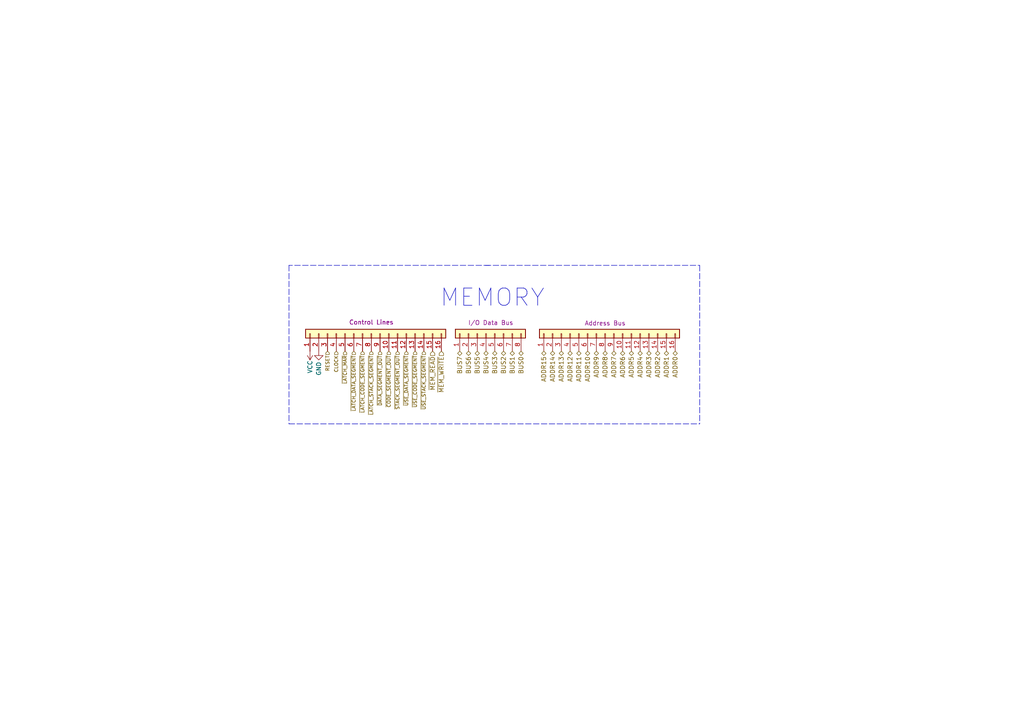
<source format=kicad_sch>
(kicad_sch (version 20211123) (generator eeschema)
  (paper "A4")
  (lib_symbols
    (symbol "Connector_Generic:Conn_01x08" (pin_names (offset 1.016) hide)
      (property "Reference" "J" (at 0 10.16 0))
      (property "Value" "Conn_01x08" (at 0 -12.7 0))
      (symbol "Conn_01x08_1_1"
        (rectangle (start -1.27 -10.033) (end 0 -10.287) (stroke (width 0.1524)))
        (rectangle (start -1.27 -7.493) (end 0 -7.747) (stroke (width 0.1524)))
        (rectangle (start -1.27 -4.953) (end 0 -5.207) (stroke (width 0.1524)))
        (rectangle (start -1.27 -2.413) (end 0 -2.667) (stroke (width 0.1524)))
        (rectangle (start -1.27 0.127) (end 0 -0.127) (stroke (width 0.1524)))
        (rectangle (start -1.27 2.667) (end 0 2.413) (stroke (width 0.1524)))
        (rectangle (start -1.27 5.207) (end 0 4.953) (stroke (width 0.1524)))
        (rectangle (start -1.27 7.747) (end 0 7.493) (stroke (width 0.1524)))
        (rectangle (start -1.27 8.89) (end 1.27 -11.43) (stroke (width 0.254)) (fill (type background)))
        (pin passive line (at -5.08 7.62 0) (length 3.81) (name "Pin_1") (number "1"))
        (pin passive line (at -5.08 5.08 0) (length 3.81) (name "Pin_2") (number "2"))
        (pin passive line (at -5.08 2.54 0) (length 3.81) (name "Pin_3") (number "3"))
        (pin passive line (at -5.08 0 0) (length 3.81) (name "Pin_4") (number "4"))
        (pin passive line (at -5.08 -2.54 0) (length 3.81) (name "Pin_5") (number "5"))
        (pin passive line (at -5.08 -5.08 0) (length 3.81) (name "Pin_6") (number "6"))
        (pin passive line (at -5.08 -7.62 0) (length 3.81) (name "Pin_7") (number "7"))
        (pin passive line (at -5.08 -10.16 0) (length 3.81) (name "Pin_8") (number "8"))
      )
    )
    (symbol "Connector_Generic:Conn_01x16" (pin_names (offset 1.016) hide)
      (property "Reference" "J" (at 0 20.32 0))
      (property "Value" "Conn_01x16" (at 0 -22.86 0))
      (symbol "Conn_01x16_1_1"
        (rectangle (start -1.27 -20.193) (end 0 -20.447) (stroke (width 0.1524)))
        (rectangle (start -1.27 -17.653) (end 0 -17.907) (stroke (width 0.1524)))
        (rectangle (start -1.27 -15.113) (end 0 -15.367) (stroke (width 0.1524)))
        (rectangle (start -1.27 -12.573) (end 0 -12.827) (stroke (width 0.1524)))
        (rectangle (start -1.27 -10.033) (end 0 -10.287) (stroke (width 0.1524)))
        (rectangle (start -1.27 -7.493) (end 0 -7.747) (stroke (width 0.1524)))
        (rectangle (start -1.27 -4.953) (end 0 -5.207) (stroke (width 0.1524)))
        (rectangle (start -1.27 -2.413) (end 0 -2.667) (stroke (width 0.1524)))
        (rectangle (start -1.27 0.127) (end 0 -0.127) (stroke (width 0.1524)))
        (rectangle (start -1.27 2.667) (end 0 2.413) (stroke (width 0.1524)))
        (rectangle (start -1.27 5.207) (end 0 4.953) (stroke (width 0.1524)))
        (rectangle (start -1.27 7.747) (end 0 7.493) (stroke (width 0.1524)))
        (rectangle (start -1.27 10.287) (end 0 10.033) (stroke (width 0.1524)))
        (rectangle (start -1.27 12.827) (end 0 12.573) (stroke (width 0.1524)))
        (rectangle (start -1.27 15.367) (end 0 15.113) (stroke (width 0.1524)))
        (rectangle (start -1.27 17.907) (end 0 17.653) (stroke (width 0.1524)))
        (rectangle (start -1.27 19.05) (end 1.27 -21.59) (stroke (width 0.254)) (fill (type background)))
        (pin passive line (at -5.08 17.78 0) (length 3.81) (name "Pin_1") (number "1"))
        (pin passive line (at -5.08 -5.08 0) (length 3.81) (name "Pin_10") (number "10"))
        (pin passive line (at -5.08 -7.62 0) (length 3.81) (name "Pin_11") (number "11"))
        (pin passive line (at -5.08 -10.16 0) (length 3.81) (name "Pin_12") (number "12"))
        (pin passive line (at -5.08 -12.7 0) (length 3.81) (name "Pin_13") (number "13"))
        (pin passive line (at -5.08 -15.24 0) (length 3.81) (name "Pin_14") (number "14"))
        (pin passive line (at -5.08 -17.78 0) (length 3.81) (name "Pin_15") (number "15"))
        (pin passive line (at -5.08 -20.32 0) (length 3.81) (name "Pin_16") (number "16"))
        (pin passive line (at -5.08 15.24 0) (length 3.81) (name "Pin_2") (number "2"))
        (pin passive line (at -5.08 12.7 0) (length 3.81) (name "Pin_3") (number "3"))
        (pin passive line (at -5.08 10.16 0) (length 3.81) (name "Pin_4") (number "4"))
        (pin passive line (at -5.08 7.62 0) (length 3.81) (name "Pin_5") (number "5"))
        (pin passive line (at -5.08 5.08 0) (length 3.81) (name "Pin_6") (number "6"))
        (pin passive line (at -5.08 2.54 0) (length 3.81) (name "Pin_7") (number "7"))
        (pin passive line (at -5.08 0 0) (length 3.81) (name "Pin_8") (number "8"))
        (pin passive line (at -5.08 -2.54 0) (length 3.81) (name "Pin_9") (number "9"))
      )
    )
    (symbol "power:GND" (power) (pin_names (offset 0))
      (property "Value" "GND" (at 0 -3.81 0))
      (symbol "GND_0_1"
        (polyline (pts (xy 0 0) (xy 0 -1.27) (xy 1.27 -1.27) (xy 0 -2.54) (xy -1.27 -1.27) (xy 0 -1.27)))
      )
      (symbol "GND_1_1"
        (pin power_in line (at 0 0 270) (length 0) hide (name "GND") (number "1"))
      )
    )
    (symbol "power:VCC" (power) (pin_names (offset 0))
      (property "Value" "VCC" (at 0 3.81 0))
      (symbol "VCC_0_1"
        (polyline (pts (xy -0.762 1.27) (xy 0 2.54)))
        (polyline (pts (xy 0 0) (xy 0 2.54)))
        (polyline (pts (xy 0 2.54) (xy 0.762 1.27)))
      )
      (symbol "VCC_1_1"
        (pin power_in line (at 0 0 90) (length 0) hide (name "VCC") (number "1"))
      )
    )
  )
  (polyline (pts (xy 141.986 76.962) (xy 83.82 76.962)))
  (polyline (pts (xy 140.716 76.962) (xy 202.946 76.962)))
  (polyline (pts (xy 83.82 122.936) (xy 202.946 122.936)))
  (polyline (pts (xy 83.82 76.962) (xy 83.82 122.936)))
  (polyline (pts (xy 202.946 76.962) (xy 202.946 122.936)))
  (text "MEMORY" (at 127.508 89.408 0) (effects (font (size 5 5)) (justify left bottom)))
  (hierarchical_label "ADDR0" (shape tri_state) (at 195.834 101.854 270))
  (hierarchical_label "CLOCK" (shape input) (at 97.536 101.854 270) (effects (font (size 1 1))))
  (hierarchical_label "ADDR1" (shape tri_state) (at 193.294 101.854 270))
  (hierarchical_label "ADDR12" (shape tri_state) (at 165.354 101.854 270))
  (hierarchical_label "ADDR3" (shape tri_state) (at 188.214 101.854 270))
  (hierarchical_label "RESET" (shape input) (at 94.996 101.854 270) (effects (font (size 1 1))))
  (hierarchical_label "ADDR7" (shape tri_state) (at 178.054 101.854 270))
  (hierarchical_label "~{STACK_SEGMENT_OUT}" (shape input) (at 115.316 101.854 270) (effects (font (size 1 1))))
  (hierarchical_label "ADDR15" (shape tri_state) (at 157.734 101.854 270))
  (hierarchical_label "BUS0" (shape tri_state) (at 151.13 101.854 270))
  (hierarchical_label "ADDR14" (shape tri_state) (at 160.274 101.854 270))
  (hierarchical_label "~{LATCH_STACK_SEGMENT}" (shape input) (at 107.696 101.854 270) (effects (font (size 1 1))))
  (hierarchical_label "~{USE_CODE_SEGMENT}" (shape input) (at 120.396 101.854 270) (effects (font (size 1 1))))
  (hierarchical_label "ADDR2" (shape tri_state) (at 190.754 101.854 270))
  (hierarchical_label "BUS5" (shape tri_state) (at 138.43 101.854 270))
  (hierarchical_label "BUS6" (shape tri_state) (at 135.89 101.854 270))
  (hierarchical_label "BUS7" (shape tri_state) (at 133.35 101.854 270))
  (hierarchical_label "ADDR6" (shape tri_state) (at 180.594 101.854 270))
  (hierarchical_label "~{MEM_WRITE}" (shape input) (at 128.016 101.854 270))
  (hierarchical_label "~{LATCH_DATA_SEGMENT}" (shape input) (at 102.616 101.854 270) (effects (font (size 1 1))))
  (hierarchical_label "ADDR13" (shape tri_state) (at 162.814 101.854 270))
  (hierarchical_label "~{LATCH_MAR}" (shape input) (at 100.076 101.854 270) (effects (font (size 1 1))))
  (hierarchical_label "~{USE_STACK_SEGMENT}" (shape input) (at 122.936 101.854 270) (effects (font (size 1 1))))
  (hierarchical_label "ADDR11" (shape tri_state) (at 167.894 101.854 270))
  (hierarchical_label "ADDR8" (shape tri_state) (at 175.514 101.854 270))
  (hierarchical_label "~{LATCH_CODE_SEGMENT}" (shape input) (at 105.156 101.854 270) (effects (font (size 1 1))))
  (hierarchical_label "~{CODE_SEGMENT_OUT}" (shape input) (at 112.776 101.854 270) (effects (font (size 1 1))))
  (hierarchical_label "~{DATA_SEGMENT_OUT}" (shape input) (at 110.236 101.854 270) (effects (font (size 1 1))))
  (hierarchical_label "BUS3" (shape tri_state) (at 143.51 101.854 270))
  (hierarchical_label "BUS1" (shape tri_state) (at 148.59 101.854 270))
  (hierarchical_label "~{USE_DATA_SEGMENT}" (shape input) (at 117.856 101.854 270) (effects (font (size 1 1))))
  (hierarchical_label "ADDR10" (shape tri_state) (at 170.434 101.854 270))
  (hierarchical_label "BUS4" (shape tri_state) (at 140.97 101.854 270))
  (hierarchical_label "BUS2" (shape tri_state) (at 146.05 101.854 270))
  (hierarchical_label "ADDR4" (shape tri_state) (at 185.674 101.854 270))
  (hierarchical_label "ADDR5" (shape tri_state) (at 183.134 101.854 270))
  (hierarchical_label "~{MEM_READ}" (shape input) (at 125.476 101.854 270))
  (hierarchical_label "ADDR9" (shape tri_state) (at 172.974 101.854 270))
  (symbol (lib_id "power:GND") (at 92.456 101.854 0) (unit 1)
    (property "Reference" "#PWR021" (effects hide))
    (property "Value" "GND" (at 92.456 106.934 90))
  )
  (symbol (lib_id "power:VCC") (at 89.916 101.854 180) (unit 1)
    (property "Reference" "#PWR020" (effects hide))
    (property "Value" "VCC" (at 89.916 106.426 90))
  )
  (symbol (lib_id "Connector_Generic:Conn_01x16") (at 175.514 96.774 90) (unit 1)
    (property "Reference" "J26" (effects hide))
    (property "Value" "Conn_01x16" (effects hide))
    (property "Footprint" "Connector_PinSocket_2.54mm:PinSocket_1x16_P2.54mm_Vertical" (effects hide))
    (property "Field4" "Address Bus" (at 175.514 93.726 90))
  )
  (symbol (lib_id "Connector_Generic:Conn_01x08") (at 140.97 96.774 90) (unit 1)
    (property "Reference" "J25" (effects hide))
    (property "Value" "Conn_01x08" (effects hide))
    (property "Footprint" "Connector_PinSocket_2.54mm:PinSocket_1x08_P2.54mm_Vertical" (effects hide))
    (property "L" "I/O Data Bus" (at 142.3416 93.599 90))
  )
  (symbol (lib_id "Connector_Generic:Conn_01x16") (at 107.696 96.774 90) (unit 1)
    (property "Reference" "J24" (effects hide))
    (property "Value" "Conn_01x16" (effects hide))
    (property "Footprint" "Connector_PinSocket_2.54mm:PinSocket_1x16_P2.54mm_Vertical" (effects hide))
    (property "Control" "Control Lines" (at 107.696 93.472 90))
  )
)
</source>
